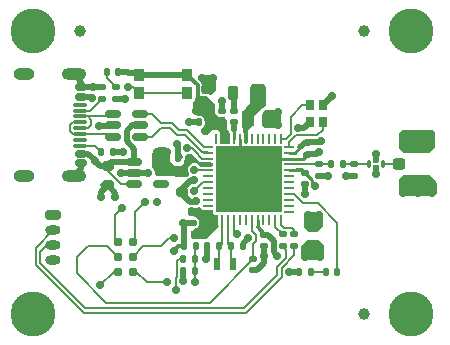
<source format=gbr>
%TF.GenerationSoftware,KiCad,Pcbnew,8.0.1*%
%TF.CreationDate,2024-04-24T20:58:42-04:00*%
%TF.ProjectId,Bluephil,426c7565-7068-4696-9c2e-6b696361645f,rev?*%
%TF.SameCoordinates,PX95ba140PY6dac2c0*%
%TF.FileFunction,Copper,L1,Top*%
%TF.FilePolarity,Positive*%
%FSLAX46Y46*%
G04 Gerber Fmt 4.6, Leading zero omitted, Abs format (unit mm)*
G04 Created by KiCad (PCBNEW 8.0.1) date 2024-04-24 20:58:42*
%MOMM*%
%LPD*%
G01*
G04 APERTURE LIST*
G04 Aperture macros list*
%AMRoundRect*
0 Rectangle with rounded corners*
0 $1 Rounding radius*
0 $2 $3 $4 $5 $6 $7 $8 $9 X,Y pos of 4 corners*
0 Add a 4 corners polygon primitive as box body*
4,1,4,$2,$3,$4,$5,$6,$7,$8,$9,$2,$3,0*
0 Add four circle primitives for the rounded corners*
1,1,$1+$1,$2,$3*
1,1,$1+$1,$4,$5*
1,1,$1+$1,$6,$7*
1,1,$1+$1,$8,$9*
0 Add four rect primitives between the rounded corners*
20,1,$1+$1,$2,$3,$4,$5,0*
20,1,$1+$1,$4,$5,$6,$7,0*
20,1,$1+$1,$6,$7,$8,$9,0*
20,1,$1+$1,$8,$9,$2,$3,0*%
G04 Aperture macros list end*
%TA.AperFunction,ComponentPad*%
%ADD10O,1.800000X1.000000*%
%TD*%
%TA.AperFunction,ComponentPad*%
%ADD11O,2.100000X1.000000*%
%TD*%
%TA.AperFunction,SMDPad,CuDef*%
%ADD12RoundRect,0.150000X-0.375000X0.150000X-0.375000X-0.150000X0.375000X-0.150000X0.375000X0.150000X0*%
%TD*%
%TA.AperFunction,SMDPad,CuDef*%
%ADD13RoundRect,0.075000X-0.500000X0.075000X-0.500000X-0.075000X0.500000X-0.075000X0.500000X0.075000X0*%
%TD*%
%TA.AperFunction,ComponentPad*%
%ADD14C,3.800000*%
%TD*%
%TA.AperFunction,SMDPad,CuDef*%
%ADD15C,1.000000*%
%TD*%
%TA.AperFunction,SMDPad,CuDef*%
%ADD16RoundRect,0.135000X0.185000X-0.135000X0.185000X0.135000X-0.185000X0.135000X-0.185000X-0.135000X0*%
%TD*%
%TA.AperFunction,SMDPad,CuDef*%
%ADD17RoundRect,0.147500X-0.147500X-0.172500X0.147500X-0.172500X0.147500X0.172500X-0.147500X0.172500X0*%
%TD*%
%TA.AperFunction,SMDPad,CuDef*%
%ADD18R,0.900000X1.000000*%
%TD*%
%TA.AperFunction,SMDPad,CuDef*%
%ADD19R,0.800000X0.900000*%
%TD*%
%TA.AperFunction,SMDPad,CuDef*%
%ADD20R,0.600000X1.100000*%
%TD*%
%TA.AperFunction,SMDPad,CuDef*%
%ADD21RoundRect,0.062500X0.062500X-0.375000X0.062500X0.375000X-0.062500X0.375000X-0.062500X-0.375000X0*%
%TD*%
%TA.AperFunction,SMDPad,CuDef*%
%ADD22RoundRect,0.062500X0.375000X-0.062500X0.375000X0.062500X-0.375000X0.062500X-0.375000X-0.062500X0*%
%TD*%
%TA.AperFunction,HeatsinkPad*%
%ADD23R,5.600000X5.600000*%
%TD*%
%TA.AperFunction,SMDPad,CuDef*%
%ADD24RoundRect,0.150000X-0.512500X-0.150000X0.512500X-0.150000X0.512500X0.150000X-0.512500X0.150000X0*%
%TD*%
%TA.AperFunction,SMDPad,CuDef*%
%ADD25RoundRect,0.135000X0.135000X0.185000X-0.135000X0.185000X-0.135000X-0.185000X0.135000X-0.185000X0*%
%TD*%
%TA.AperFunction,SMDPad,CuDef*%
%ADD26RoundRect,0.135000X-0.135000X-0.185000X0.135000X-0.185000X0.135000X0.185000X-0.135000X0.185000X0*%
%TD*%
%TA.AperFunction,SMDPad,CuDef*%
%ADD27RoundRect,0.218750X-0.218750X-0.381250X0.218750X-0.381250X0.218750X0.381250X-0.218750X0.381250X0*%
%TD*%
%TA.AperFunction,SMDPad,CuDef*%
%ADD28RoundRect,0.147500X0.172500X-0.147500X0.172500X0.147500X-0.172500X0.147500X-0.172500X-0.147500X0*%
%TD*%
%TA.AperFunction,SMDPad,CuDef*%
%ADD29RoundRect,0.250000X-0.275000X-0.250000X0.275000X-0.250000X0.275000X0.250000X-0.275000X0.250000X0*%
%TD*%
%TA.AperFunction,SMDPad,CuDef*%
%ADD30RoundRect,0.250000X-0.850000X-0.275000X0.850000X-0.275000X0.850000X0.275000X-0.850000X0.275000X0*%
%TD*%
%TA.AperFunction,ComponentPad*%
%ADD31RoundRect,0.200000X-0.450000X0.200000X-0.450000X-0.200000X0.450000X-0.200000X0.450000X0.200000X0*%
%TD*%
%TA.AperFunction,ComponentPad*%
%ADD32O,1.300000X0.800000*%
%TD*%
%TA.AperFunction,ConnectorPad*%
%ADD33C,0.787400*%
%TD*%
%TA.AperFunction,SMDPad,CuDef*%
%ADD34RoundRect,0.068750X-0.068750X-0.281250X0.068750X-0.281250X0.068750X0.281250X-0.068750X0.281250X0*%
%TD*%
%TA.AperFunction,SMDPad,CuDef*%
%ADD35RoundRect,0.061250X-0.163750X-0.061250X0.163750X-0.061250X0.163750X0.061250X-0.163750X0.061250X0*%
%TD*%
%TA.AperFunction,SMDPad,CuDef*%
%ADD36RoundRect,0.140000X0.140000X0.170000X-0.140000X0.170000X-0.140000X-0.170000X0.140000X-0.170000X0*%
%TD*%
%TA.AperFunction,SMDPad,CuDef*%
%ADD37RoundRect,0.135000X-0.185000X0.135000X-0.185000X-0.135000X0.185000X-0.135000X0.185000X0.135000X0*%
%TD*%
%TA.AperFunction,SMDPad,CuDef*%
%ADD38RoundRect,0.200000X-0.200000X-0.275000X0.200000X-0.275000X0.200000X0.275000X-0.200000X0.275000X0*%
%TD*%
%TA.AperFunction,SMDPad,CuDef*%
%ADD39RoundRect,0.140000X-0.170000X0.140000X-0.170000X-0.140000X0.170000X-0.140000X0.170000X0.140000X0*%
%TD*%
%TA.AperFunction,SMDPad,CuDef*%
%ADD40RoundRect,0.140000X0.170000X-0.140000X0.170000X0.140000X-0.170000X0.140000X-0.170000X-0.140000X0*%
%TD*%
%TA.AperFunction,SMDPad,CuDef*%
%ADD41RoundRect,0.200000X0.275000X-0.200000X0.275000X0.200000X-0.275000X0.200000X-0.275000X-0.200000X0*%
%TD*%
%TA.AperFunction,SMDPad,CuDef*%
%ADD42RoundRect,0.200000X-0.275000X0.200000X-0.275000X-0.200000X0.275000X-0.200000X0.275000X0.200000X0*%
%TD*%
%TA.AperFunction,ViaPad*%
%ADD43C,0.700000*%
%TD*%
%TA.AperFunction,Conductor*%
%ADD44C,0.500000*%
%TD*%
%TA.AperFunction,Conductor*%
%ADD45C,0.170000*%
%TD*%
%TA.AperFunction,Conductor*%
%ADD46C,0.200000*%
%TD*%
%TA.AperFunction,Conductor*%
%ADD47C,0.250000*%
%TD*%
%TA.AperFunction,Conductor*%
%ADD48C,0.300000*%
%TD*%
G04 APERTURE END LIST*
D10*
%TO.P,J1,S1,SHIELD*%
%TO.N,GND*%
X2245000Y14688000D03*
D11*
X6425000Y14688000D03*
D10*
X2245000Y23328000D03*
D11*
X6425000Y23328000D03*
D12*
%TO.P,J1,B12,GND*%
X7050000Y22208000D03*
%TO.P,J1,B9,VBUS*%
%TO.N,+5V*%
X7050000Y21408000D03*
D13*
%TO.P,J1,B8,SBU2*%
%TO.N,unconnected-(J1-SBU2-PadB8)*%
X7000000Y20758000D03*
%TO.P,J1,B7,D-*%
%TO.N,/USBC_D-*%
X7000000Y19758000D03*
%TO.P,J1,B6,D+*%
%TO.N,/USBC_D+*%
X7000000Y18258000D03*
%TO.P,J1,B5,CC2*%
%TO.N,/USBC_CC2*%
X7000000Y17258000D03*
D12*
%TO.P,J1,B4,VBUS*%
%TO.N,+5V*%
X7050000Y16608000D03*
%TO.P,J1,B1,GND*%
%TO.N,GND*%
X7050000Y15808000D03*
%TO.P,J1,A12,GND*%
X7050000Y15808000D03*
%TO.P,J1,A9,VBUS*%
%TO.N,+5V*%
X7050000Y16608000D03*
D13*
%TO.P,J1,A8,SBU1*%
%TO.N,unconnected-(J1-SBU1-PadA8)*%
X7000000Y17758000D03*
%TO.P,J1,A7,D-*%
%TO.N,/USBC_D-*%
X7000000Y18758000D03*
%TO.P,J1,A6,D+*%
%TO.N,/USBC_D+*%
X7000000Y19258000D03*
%TO.P,J1,A5,CC1*%
%TO.N,/USBC_CC1*%
X7000000Y20258000D03*
D12*
%TO.P,J1,A4,VBUS*%
%TO.N,+5V*%
X7050000Y21408000D03*
%TO.P,J1,A1,GND*%
%TO.N,GND*%
X7050000Y22208000D03*
%TD*%
D14*
%TO.P,H4,1,1*%
%TO.N,GND*%
X35000000Y3000000D03*
%TD*%
%TO.P,H3,1,1*%
%TO.N,GND*%
X35000000Y27000000D03*
%TD*%
%TO.P,H2,1,1*%
%TO.N,GND*%
X3000000Y3000000D03*
%TD*%
%TO.P,H1,1,1*%
%TO.N,GND*%
X3000000Y27000000D03*
%TD*%
D15*
%TO.P,FM3,*%
%TO.N,*%
X31000000Y3000000D03*
%TD*%
%TO.P,FM2,*%
%TO.N,*%
X31000000Y27000000D03*
%TD*%
%TO.P,FM1,*%
%TO.N,*%
X7000000Y27000000D03*
%TD*%
D16*
%TO.P,R3,1*%
%TO.N,GND*%
X10000000Y21240000D03*
%TO.P,R3,2*%
%TO.N,Net-(D2-K)*%
X10000000Y22260000D03*
%TD*%
D17*
%TO.P,D2,1,K*%
%TO.N,Net-(D2-K)*%
X9250000Y23500000D03*
%TO.P,D2,2,A*%
%TO.N,+3.3V*%
X10220000Y23500000D03*
%TD*%
D18*
%TO.P,SW1,2,2*%
%TO.N,+3.3V*%
X11950000Y23300000D03*
X16050000Y23300000D03*
%TO.P,SW1,1,1*%
%TO.N,Net-(R8-Pad2)*%
X11950000Y21700000D03*
X16050000Y21700000D03*
%TD*%
D19*
%TO.P,X2,1,1*%
%TO.N,/HSE_OUT*%
X27500000Y19300000D03*
%TO.P,X2,2,2*%
%TO.N,GND*%
X27500000Y20700000D03*
%TO.P,X2,3,3*%
%TO.N,/HSE_IN*%
X26400000Y20700000D03*
%TO.P,X2,4,4*%
%TO.N,GND*%
X26400000Y19300000D03*
%TD*%
D20*
%TO.P,X1,1,1*%
%TO.N,/LSE_OUT*%
X19950000Y7245000D03*
%TO.P,X1,2,2*%
%TO.N,/LSE_IN*%
X18550000Y7245000D03*
%TD*%
D21*
%TO.P,U2,1,VBAT*%
%TO.N,+3.3V*%
X18500000Y11000000D03*
%TO.P,U2,2,PC14*%
%TO.N,/LSE_IN*%
X19000000Y11000000D03*
%TO.P,U2,3,PC15*%
%TO.N,/LSE_OUT*%
X19500000Y11000000D03*
%TO.P,U2,4,PH3*%
%TO.N,/BOOT0*%
X20000000Y11000000D03*
%TO.P,U2,5,PB8*%
%TO.N,unconnected-(U2-PB8-Pad5)*%
X20500000Y11000000D03*
%TO.P,U2,6,PB9*%
%TO.N,unconnected-(U2-PB9-Pad6)*%
X21000000Y11000000D03*
%TO.P,U2,7,NRST*%
%TO.N,/SWD_NRST*%
X21500000Y11000000D03*
%TO.P,U2,8,VDDA*%
%TO.N,+3.3V*%
X22000000Y11000000D03*
%TO.P,U2,9,PA0*%
%TO.N,unconnected-(U2-PA0-Pad9)*%
X22500000Y11000000D03*
%TO.P,U2,10,PA1*%
%TO.N,unconnected-(U2-PA1-Pad10)*%
X23000000Y11000000D03*
%TO.P,U2,11,PA2*%
%TO.N,/UART_TX*%
X23500000Y11000000D03*
%TO.P,U2,12,PA3*%
%TO.N,/UART_RX*%
X24000000Y11000000D03*
D22*
%TO.P,U2,13,PA4*%
%TO.N,unconnected-(U2-PA4-Pad13)*%
X24687500Y11687500D03*
%TO.P,U2,14,PA5*%
%TO.N,unconnected-(U2-PA5-Pad14)*%
X24687500Y12187500D03*
%TO.P,U2,15,PA6*%
%TO.N,unconnected-(U2-PA6-Pad15)*%
X24687500Y12687500D03*
%TO.P,U2,16,PA7*%
%TO.N,/LED_A*%
X24687500Y13187500D03*
%TO.P,U2,17,PA8*%
%TO.N,unconnected-(U2-PA8-Pad17)*%
X24687500Y13687500D03*
%TO.P,U2,18,PA9*%
%TO.N,unconnected-(U2-PA9-Pad18)*%
X24687500Y14187500D03*
%TO.P,U2,19,PB2*%
%TO.N,unconnected-(U2-PB2-Pad19)*%
X24687500Y14687500D03*
%TO.P,U2,20,VDD*%
%TO.N,+3.3V*%
X24687500Y15187500D03*
%TO.P,U2,21,RF1*%
%TO.N,/RF*%
X24687500Y15687500D03*
%TO.P,U2,22,VSSRF*%
%TO.N,GND*%
X24687500Y16187500D03*
%TO.P,U2,23,VDDRF*%
%TO.N,+3.3V*%
X24687500Y16687500D03*
%TO.P,U2,24,OSC_OUT*%
%TO.N,/HSE_OUT*%
X24687500Y17187500D03*
D21*
%TO.P,U2,25,OSC_IN*%
%TO.N,/HSE_IN*%
X24000000Y17875000D03*
%TO.P,U2,26,AT0*%
%TO.N,unconnected-(U2-AT0-Pad26)*%
X23500000Y17875000D03*
%TO.P,U2,27,AT1*%
%TO.N,unconnected-(U2-AT1-Pad27)*%
X23000000Y17875000D03*
%TO.P,U2,28,PB0*%
%TO.N,unconnected-(U2-PB0-Pad28)*%
X22500000Y17875000D03*
%TO.P,U2,29,PB1*%
%TO.N,unconnected-(U2-PB1-Pad29)*%
X22000000Y17875000D03*
%TO.P,U2,30,PE4*%
%TO.N,unconnected-(U2-PE4-Pad30)*%
X21500000Y17875000D03*
%TO.P,U2,31,VFBSMPS*%
%TO.N,/SMPSFB*%
X21000000Y17875000D03*
%TO.P,U2,32,VSSSMPS*%
%TO.N,GND*%
X20500000Y17875000D03*
%TO.P,U2,33,VLXSMPS*%
%TO.N,/SMPSLX*%
X20000000Y17875000D03*
%TO.P,U2,34,VDDSMPS*%
%TO.N,+3.3V*%
X19500000Y17875000D03*
%TO.P,U2,35,VDD*%
X19000000Y17875000D03*
%TO.P,U2,36,PA10*%
%TO.N,unconnected-(U2-PA10-Pad36)*%
X18500000Y17875000D03*
D22*
%TO.P,U2,37,PA11*%
%TO.N,/USB_D-*%
X17812500Y17187500D03*
%TO.P,U2,38,PA12*%
%TO.N,/USB_D+*%
X17812500Y16687500D03*
%TO.P,U2,39,PA13*%
%TO.N,/SWD_IO*%
X17812500Y16187500D03*
%TO.P,U2,40,VDDUSB*%
%TO.N,+3.3V*%
X17812500Y15687500D03*
%TO.P,U2,41,PA14*%
%TO.N,/SWD_CLK*%
X17812500Y15187500D03*
%TO.P,U2,42,PA15*%
%TO.N,unconnected-(U2-PA15-Pad42)*%
X17812500Y14687500D03*
%TO.P,U2,43,PB3*%
%TO.N,/SWD_SWO*%
X17812500Y14187500D03*
%TO.P,U2,44,PB4*%
%TO.N,unconnected-(U2-PB4-Pad44)*%
X17812500Y13687500D03*
%TO.P,U2,45,PB5*%
%TO.N,unconnected-(U2-PB5-Pad45)*%
X17812500Y13187500D03*
%TO.P,U2,46,PB6*%
%TO.N,unconnected-(U2-PB6-Pad46)*%
X17812500Y12687500D03*
%TO.P,U2,47,PB7*%
%TO.N,unconnected-(U2-PB7-Pad47)*%
X17812500Y12187500D03*
%TO.P,U2,48,VDD*%
%TO.N,+3.3V*%
X17812500Y11687500D03*
D23*
%TO.P,U2,49,VSS*%
%TO.N,GND*%
X21250000Y14437500D03*
%TD*%
D24*
%TO.P,D1,1,I/O1*%
%TO.N,/USBC_D-*%
X9762500Y19950000D03*
%TO.P,D1,2,GND*%
%TO.N,GND*%
X9762500Y19000000D03*
%TO.P,D1,3,I/O2*%
%TO.N,/USBC_D+*%
X9762500Y18050000D03*
%TO.P,D1,4,I/O2*%
%TO.N,/USB_D+*%
X12037500Y18050000D03*
%TO.P,D1,5,VBUS*%
%TO.N,+5V*%
X12037500Y19000000D03*
%TO.P,D1,6,I/O1*%
%TO.N,/USB_D-*%
X12037500Y19950000D03*
%TD*%
%TO.P,U1,5,VOUT*%
%TO.N,+3.3V*%
X13850000Y15900000D03*
%TO.P,U1,4,NC*%
%TO.N,unconnected-(U1-NC-Pad4)*%
X13850000Y14000000D03*
%TO.P,U1,3,EN*%
%TO.N,+5V*%
X11575000Y14000000D03*
%TO.P,U1,2,GND*%
%TO.N,GND*%
X11575000Y14950000D03*
%TO.P,U1,1,VIN*%
%TO.N,+5V*%
X11575000Y15900000D03*
%TD*%
D25*
%TO.P,R8,1*%
%TO.N,/BOOT0*%
X16742500Y7680000D03*
%TO.P,R8,2*%
%TO.N,Net-(R8-Pad2)*%
X15722500Y7680000D03*
%TD*%
%TO.P,R7,1*%
%TO.N,/BOOT0*%
X16740000Y6630000D03*
%TO.P,R7,2*%
%TO.N,GND*%
X15720000Y6630000D03*
%TD*%
D26*
%TO.P,R6,1*%
%TO.N,GND*%
X25465000Y6625000D03*
%TO.P,R6,2*%
%TO.N,Net-(D3-K)*%
X26485000Y6625000D03*
%TD*%
D16*
%TO.P,R5,2*%
%TO.N,/UART_RX*%
X25125000Y9785000D03*
%TO.P,R5,1*%
%TO.N,/UART_TXR*%
X25125000Y8765000D03*
%TD*%
%TO.P,R4,2*%
%TO.N,/UART_TX*%
X24125000Y9785000D03*
%TO.P,R4,1*%
%TO.N,/UART_TXC*%
X24125000Y8765000D03*
%TD*%
%TO.P,R2,1*%
%TO.N,/USBC_CC1*%
X8820000Y21250000D03*
%TO.P,R2,2*%
%TO.N,GND*%
X8820000Y22270000D03*
%TD*%
D26*
%TO.P,R1,1*%
%TO.N,/USBC_CC2*%
X8740000Y16750000D03*
%TO.P,R1,2*%
%TO.N,GND*%
X9760000Y16750000D03*
%TD*%
D17*
%TO.P,L3,1,1*%
%TO.N,/RF*%
X28230000Y15750000D03*
%TO.P,L3,2,2*%
%TO.N,/RF_MATCH*%
X29200000Y15750000D03*
%TD*%
D27*
%TO.P,L2,1,1*%
%TO.N,/SMPSLXL*%
X19937500Y21750000D03*
%TO.P,L2,2,2*%
%TO.N,/SMPSFB*%
X22062500Y21750000D03*
%TD*%
D28*
%TO.P,L1,1,1*%
%TO.N,/SMPSLX*%
X20000000Y19250000D03*
%TO.P,L1,2,2*%
%TO.N,/SMPSLXL*%
X20000000Y20220000D03*
%TD*%
D29*
%TO.P,J4,1,In*%
%TO.N,/RF_ANT*%
X33950000Y15750000D03*
D30*
%TO.P,J4,2,Ext*%
%TO.N,GND*%
X35475000Y17225000D03*
X35475000Y14275000D03*
%TD*%
D31*
%TO.P,J3,1,Pin_1*%
%TO.N,GND*%
X4700000Y11375000D03*
D32*
%TO.P,J3,2,Pin_2*%
%TO.N,/UART_TXR*%
X4700000Y10125000D03*
%TO.P,J3,3,Pin_3*%
%TO.N,/UART_TXC*%
X4700000Y8875000D03*
%TO.P,J3,4,Pin_4*%
%TO.N,+3.3V*%
X4700000Y7625000D03*
%TD*%
D33*
%TO.P,J2,1,VCC*%
%TO.N,+3.3V*%
X10155000Y9155000D03*
%TO.P,J2,2,SWDIO*%
%TO.N,/SWD_IO*%
X11425000Y9155000D03*
%TO.P,J2,3,~{RESET}*%
%TO.N,/SWD_NRST*%
X10155000Y7885000D03*
%TO.P,J2,4,SWCLK*%
%TO.N,/SWD_CLK*%
X11425000Y7885000D03*
%TO.P,J2,5,GND*%
%TO.N,GND*%
X10155000Y6615000D03*
%TO.P,J2,6,SWO*%
%TO.N,/SWD_SWO*%
X11425000Y6615000D03*
%TD*%
D34*
%TO.P,FLT1,1,IN*%
%TO.N,/RF_MATCH*%
X31400000Y15750000D03*
D35*
%TO.P,FLT1,2,GND*%
%TO.N,GND*%
X32012500Y15522500D03*
D34*
%TO.P,FLT1,3,OUT*%
%TO.N,/RF_ANT*%
X32625000Y15750000D03*
D35*
%TO.P,FLT1,4,GND*%
%TO.N,GND*%
X32012500Y15977500D03*
%TD*%
D17*
%TO.P,D3,1,K*%
%TO.N,Net-(D3-K)*%
X27780000Y6625000D03*
%TO.P,D3,2,A*%
%TO.N,/LED_A*%
X28750000Y6625000D03*
%TD*%
D36*
%TO.P,C19,1*%
%TO.N,/BOOT0*%
X16750000Y8750000D03*
%TO.P,C19,2*%
%TO.N,GND*%
X15790000Y8750000D03*
%TD*%
D37*
%TO.P,C18,1*%
%TO.N,/RF_MATCH*%
X30200000Y15750000D03*
%TO.P,C18,2*%
%TO.N,GND*%
X30200000Y14730000D03*
%TD*%
%TO.P,C17,2*%
%TO.N,GND*%
X27200000Y14750000D03*
%TO.P,C17,1*%
%TO.N,/RF*%
X27200000Y15770000D03*
%TD*%
D38*
%TO.P,C16,1*%
%TO.N,/SMPSFB*%
X21175000Y19500000D03*
%TO.P,C16,2*%
%TO.N,GND*%
X22825000Y19500000D03*
%TD*%
D39*
%TO.P,C15,1*%
%TO.N,/SWD_NRST*%
X21650000Y7680000D03*
%TO.P,C15,2*%
%TO.N,GND*%
X21650000Y6720000D03*
%TD*%
D25*
%TO.P,C14,1*%
%TO.N,/LSE_IN*%
X18760000Y8745000D03*
%TO.P,C14,2*%
%TO.N,GND*%
X17740000Y8745000D03*
%TD*%
D26*
%TO.P,C13,1*%
%TO.N,/LSE_OUT*%
X19740000Y8745000D03*
%TO.P,C13,2*%
%TO.N,GND*%
X20760000Y8745000D03*
%TD*%
D39*
%TO.P,C12,1*%
%TO.N,+3.3V*%
X26150000Y17480000D03*
%TO.P,C12,2*%
%TO.N,GND*%
X26150000Y16520000D03*
%TD*%
%TO.P,C11,1*%
%TO.N,+3.3V*%
X22550000Y9730000D03*
%TO.P,C11,2*%
%TO.N,GND*%
X22550000Y8770000D03*
%TD*%
D40*
%TO.P,C10,1*%
%TO.N,+3.3V*%
X19000000Y19270000D03*
%TO.P,C10,2*%
%TO.N,GND*%
X19000000Y20230000D03*
%TD*%
D36*
%TO.P,C9,1*%
%TO.N,+3.3V*%
X16730000Y9750000D03*
%TO.P,C9,2*%
%TO.N,GND*%
X15770000Y9750000D03*
%TD*%
D41*
%TO.P,C8,1*%
%TO.N,+3.3V*%
X17750000Y20425000D03*
%TO.P,C8,2*%
%TO.N,GND*%
X17750000Y22075000D03*
%TD*%
D39*
%TO.P,C7,1*%
%TO.N,+3.3V*%
X16500000Y11730000D03*
%TO.P,C7,2*%
%TO.N,GND*%
X16500000Y10770000D03*
%TD*%
D36*
%TO.P,C6,1*%
%TO.N,+3.3V*%
X16205000Y16200000D03*
%TO.P,C6,2*%
%TO.N,GND*%
X15245000Y16200000D03*
%TD*%
D39*
%TO.P,C5,1*%
%TO.N,+3.3V*%
X26000000Y14980000D03*
%TO.P,C5,2*%
%TO.N,GND*%
X26000000Y14020000D03*
%TD*%
D36*
%TO.P,C4,1*%
%TO.N,+3.3V*%
X17980000Y19250000D03*
%TO.P,C4,2*%
%TO.N,GND*%
X17020000Y19250000D03*
%TD*%
D42*
%TO.P,C3,2*%
%TO.N,GND*%
X15625000Y13375000D03*
%TO.P,C3,1*%
%TO.N,+3.3V*%
X15625000Y15025000D03*
%TD*%
%TO.P,C2,1*%
%TO.N,+3.3V*%
X26700000Y10500000D03*
%TO.P,C2,2*%
%TO.N,GND*%
X26700000Y8850000D03*
%TD*%
%TO.P,C1,2*%
%TO.N,GND*%
X9300000Y13925000D03*
%TO.P,C1,1*%
%TO.N,+5V*%
X9300000Y15575000D03*
%TD*%
D43*
%TO.N,GND*%
X13500000Y12500000D03*
%TO.N,+3.3V*%
X10500000Y12000000D03*
%TO.N,Net-(R8-Pad2)*%
X15060000Y5090000D03*
%TO.N,GND*%
X14950000Y8400000D03*
%TO.N,+5V*%
X8200000Y16000000D03*
X7941342Y21356580D03*
%TO.N,Net-(R8-Pad2)*%
X11000000Y22225000D03*
%TO.N,/SWD_IO*%
X12500000Y12500000D03*
%TO.N,/SWD_CLK*%
X14949164Y9466233D03*
%TO.N,/SWD_SWO*%
X14350000Y5717550D03*
X16649728Y13448970D03*
%TO.N,/SWD_CLK*%
X16650009Y15250739D03*
%TO.N,/SWD_IO*%
X16024987Y17059374D03*
%TO.N,/BOOT0*%
X16700000Y5750000D03*
X20250000Y9800000D03*
%TO.N,+3.3V*%
X17550000Y18500000D03*
X27200000Y11425000D03*
X26250000Y11425000D03*
X23630000Y7970000D03*
X17500000Y9850000D03*
X17400000Y11000000D03*
X14300000Y16750000D03*
X13500000Y16750000D03*
X13644182Y15052192D03*
X14425000Y15050000D03*
X16820000Y20180000D03*
X17120000Y21110000D03*
X27387167Y17646683D03*
X26900000Y13900000D03*
%TO.N,GND*%
X19200000Y12350000D03*
X23450000Y12400000D03*
X23500000Y16650000D03*
X19150000Y16650000D03*
X20100000Y15750000D03*
X22500000Y15750000D03*
X22500000Y13400000D03*
X20100000Y13300000D03*
X21300000Y12250000D03*
X21250000Y16750000D03*
X23400000Y14500000D03*
X19200000Y14450000D03*
X32000000Y14900000D03*
X32000000Y16600000D03*
X10400000Y14950000D03*
X12750000Y14950000D03*
X8600000Y18975000D03*
X18250000Y23050000D03*
X17300000Y23050000D03*
X23750000Y19000000D03*
X23750000Y20100000D03*
X25450000Y18800000D03*
X28300000Y21450000D03*
X36650000Y18250000D03*
X35550000Y18250000D03*
X34400000Y18250000D03*
X36800000Y13300000D03*
X35550000Y13250000D03*
X34350000Y13300000D03*
X27300000Y7875000D03*
X26000000Y7875000D03*
X16752927Y12554904D03*
X16647043Y14350741D03*
X9950000Y12900000D03*
X8750000Y12900000D03*
X8650000Y5450000D03*
X29450000Y14750000D03*
X28000000Y14750000D03*
X26000000Y13200000D03*
X27220000Y16710000D03*
X19000000Y21050000D03*
X16200000Y19250000D03*
X8050000Y22250000D03*
X10800000Y21250000D03*
X10600000Y16750000D03*
X15140000Y17400000D03*
X15700000Y10750000D03*
X15700000Y5800000D03*
X17620000Y7720000D03*
X21215000Y9450000D03*
X22550000Y7950000D03*
X24665000Y6625000D03*
%TD*%
D44*
%TO.N,+5V*%
X8200000Y16000000D02*
X8625000Y15575000D01*
X8625000Y15575000D02*
X9300000Y15575000D01*
X7050000Y16608000D02*
X7627684Y16608000D01*
X7627684Y16608000D02*
X8200000Y16035684D01*
X8200000Y16035684D02*
X8200000Y16000000D01*
%TO.N,GND*%
X7050000Y15808000D02*
X7050000Y15313000D01*
X7050000Y15313000D02*
X6425000Y14688000D01*
X7050000Y22208000D02*
X7050000Y22703000D01*
X7050000Y22703000D02*
X6425000Y23328000D01*
X8050000Y22250000D02*
X7092000Y22250000D01*
X7092000Y22250000D02*
X7050000Y22208000D01*
%TO.N,+5V*%
X7941342Y21356580D02*
X7889922Y21408000D01*
X7889922Y21408000D02*
X7050000Y21408000D01*
D45*
%TO.N,/USBC_CC2*%
X8740000Y16750000D02*
X8232000Y17258000D01*
X8232000Y17258000D02*
X7000000Y17258000D01*
D46*
%TO.N,/USBC_CC1*%
X7000000Y20258000D02*
X7812000Y20258000D01*
X7812000Y20258000D02*
X7820000Y20250000D01*
%TO.N,/USBC_D-*%
X7000000Y19758000D02*
X7607410Y19758000D01*
X7607410Y19758000D02*
X7875000Y19490410D01*
X7875000Y19490410D02*
X7875000Y19025590D01*
X7875000Y19025590D02*
X7607410Y18758000D01*
X7607410Y18758000D02*
X7000000Y18758000D01*
%TO.N,/USBC_D+*%
X7000000Y18258000D02*
X6392590Y18258000D01*
X6392590Y18258000D02*
X6125000Y18525590D01*
X6125000Y18525590D02*
X6125000Y18990410D01*
X6125000Y18990410D02*
X6392590Y19258000D01*
X6392590Y19258000D02*
X7000000Y19258000D01*
X9762500Y18050000D02*
X9554500Y18258000D01*
X9554500Y18258000D02*
X7000000Y18258000D01*
%TO.N,/USBC_D-*%
X9762500Y19950000D02*
X9570500Y19758000D01*
X9570500Y19758000D02*
X7000000Y19758000D01*
D45*
%TO.N,/LED_A*%
X24687500Y13187500D02*
X25124999Y13187500D01*
X25365000Y12947499D02*
X25365000Y12936974D01*
X25124999Y13187500D02*
X25365000Y12947499D01*
X25365000Y12936974D02*
X25851974Y12450000D01*
X25851974Y12450000D02*
X27075000Y12450000D01*
X27075000Y12450000D02*
X28750000Y10775000D01*
X28750000Y10775000D02*
X28750000Y6625000D01*
%TO.N,/SWD_IO*%
X11630300Y11630300D02*
X11630300Y9360300D01*
X12500000Y12500000D02*
X11630300Y11630300D01*
X11630300Y9360300D02*
X11425000Y9155000D01*
%TO.N,/RF_ANT*%
X32625000Y15750000D02*
X34125000Y15750000D01*
%TO.N,/RF_MATCH*%
X30200000Y15750000D02*
X31400000Y15750000D01*
D47*
%TO.N,GND*%
X24687500Y16187500D02*
X25817500Y16187500D01*
X25817500Y16187500D02*
X26150000Y16520000D01*
X24687500Y16187500D02*
X23000000Y16187500D01*
X23000000Y16187500D02*
X21250000Y14437500D01*
D44*
X8600000Y18975000D02*
X9737500Y18975000D01*
X9737500Y18975000D02*
X9762500Y19000000D01*
X17750000Y8745000D02*
X17750000Y7850000D01*
X17750000Y7850000D02*
X17620000Y7720000D01*
D48*
%TO.N,+3.3V*%
X16925000Y22425000D02*
X16050000Y23300000D01*
X17120000Y21110000D02*
X16925000Y21305000D01*
X16925000Y21305000D02*
X16925000Y22425000D01*
D45*
%TO.N,/SWD_IO*%
X17316142Y16187500D02*
X17812500Y16187500D01*
X16449168Y17059374D02*
X16690000Y16818542D01*
X16690000Y16818542D02*
X16690000Y16813642D01*
X16024987Y17059374D02*
X16449168Y17059374D01*
X16690000Y16813642D02*
X17316142Y16187500D01*
D44*
%TO.N,GND*%
X15225111Y17314889D02*
X15225111Y16569889D01*
X15225111Y16569889D02*
X15445000Y16350000D01*
X15140000Y17400000D02*
X15225111Y17314889D01*
X26200000Y16550000D02*
X27060000Y16550000D01*
X27060000Y16550000D02*
X27220000Y16710000D01*
%TO.N,+3.3V*%
X26090000Y17615000D02*
X25625000Y17150000D01*
X27387167Y17646683D02*
X27253287Y17646683D01*
X27221604Y17615000D02*
X26090000Y17615000D01*
X27253287Y17646683D02*
X27221604Y17615000D01*
D45*
%TO.N,Net-(R8-Pad2)*%
X15060000Y5090000D02*
X15065000Y5095000D01*
X15065000Y5095000D02*
X15065000Y6063026D01*
X15722500Y7680000D02*
X15330000Y7680000D01*
X15165000Y6163026D02*
X15065000Y6063026D01*
X15330000Y7680000D02*
X15165000Y7515000D01*
X15165000Y7515000D02*
X15165000Y6163026D01*
D44*
%TO.N,+3.3V*%
X23630000Y7970000D02*
X23355000Y8245000D01*
X23355000Y8245000D02*
X23355000Y9245000D01*
X23355000Y9245000D02*
X22870000Y9730000D01*
X22870000Y9730000D02*
X22550000Y9730000D01*
D45*
%TO.N,/UART_TXC*%
X24125000Y8765000D02*
X24410000Y8480000D01*
X24410000Y8480000D02*
X24410000Y7791286D01*
X23660000Y6353260D02*
X20826740Y3520000D01*
X24410000Y7791286D02*
X23660000Y7041286D01*
X3600000Y8275000D02*
X4200000Y8875000D01*
X4200000Y8875000D02*
X4700000Y8875000D01*
X23660000Y7041286D02*
X23660000Y6353260D01*
X20826740Y3520000D02*
X7430000Y3520000D01*
X7430000Y3520000D02*
X3600000Y7350000D01*
X3600000Y7350000D02*
X3600000Y8275000D01*
%TO.N,/UART_TXR*%
X25125000Y8765000D02*
X25125000Y7983026D01*
X25125000Y7983026D02*
X24030000Y6888026D01*
X3230000Y7196741D02*
X3230000Y8655000D01*
X24030000Y6200000D02*
X20980000Y3150000D01*
X20980000Y3150000D02*
X7276741Y3150000D01*
X24030000Y6888026D02*
X24030000Y6200000D01*
X7276741Y3150000D02*
X3230000Y7196741D01*
X3230000Y8655000D02*
X4700000Y10125000D01*
D48*
%TO.N,GND*%
X14950000Y8400000D02*
X15300000Y8750000D01*
X15300000Y8750000D02*
X15790000Y8750000D01*
D45*
%TO.N,+3.3V*%
X9949700Y9360300D02*
X10155000Y9155000D01*
X10500000Y12000000D02*
X9949700Y11449700D01*
X9949700Y11449700D02*
X9949700Y9360300D01*
D44*
%TO.N,GND*%
X8875000Y13925000D02*
X9300000Y13925000D01*
X8000000Y22200000D02*
X8050000Y22250000D01*
X9950000Y12900000D02*
X9950000Y13275000D01*
X9950000Y13275000D02*
X9300000Y13925000D01*
X8750000Y12900000D02*
X8750000Y13375000D01*
X8750000Y13375000D02*
X9300000Y13925000D01*
X11575000Y14950000D02*
X12750000Y14950000D01*
X11575000Y14950000D02*
X10400000Y14950000D01*
D45*
%TO.N,/SWD_NRST*%
X21650000Y7680000D02*
X17970000Y4000000D01*
X17970000Y4000000D02*
X9201974Y4000000D01*
X6717550Y6484424D02*
X6717550Y7884762D01*
X6717550Y7884762D02*
X7615238Y8782450D01*
X9201974Y4000000D02*
X6717550Y6484424D01*
X9257550Y8782450D02*
X10155000Y7885000D01*
X7615238Y8782450D02*
X9257550Y8782450D01*
%TO.N,/SWD_SWO*%
X12621814Y5717550D02*
X11724364Y6615000D01*
X14350000Y5717550D02*
X12621814Y5717550D01*
X11724364Y6615000D02*
X11425000Y6615000D01*
%TO.N,/SWD_CLK*%
X14949164Y9466233D02*
X14538445Y9466233D01*
X14538445Y9466233D02*
X13854662Y8782450D01*
X13854662Y8782450D02*
X12322450Y8782450D01*
X12322450Y8782450D02*
X11425000Y7885000D01*
D44*
%TO.N,+5V*%
X11575000Y15900000D02*
X11575000Y16997316D01*
X10925000Y17647316D02*
X10925000Y18549999D01*
X11375001Y19000000D02*
X12037500Y19000000D01*
X11575000Y16997316D02*
X10925000Y17647316D01*
X10925000Y18549999D02*
X11375001Y19000000D01*
D46*
%TO.N,/USBC_CC1*%
X7820000Y20250000D02*
X8820000Y21250000D01*
D45*
%TO.N,Net-(D3-K)*%
X26485000Y6625000D02*
X27515000Y6625000D01*
D46*
%TO.N,+5V*%
X11575000Y14000000D02*
X10430761Y14000000D01*
X9300000Y15130761D02*
X9300000Y15575000D01*
X10430761Y14000000D02*
X9300000Y15130761D01*
D44*
X9300000Y15575000D02*
X9625000Y15900000D01*
X9625000Y15900000D02*
X11575000Y15900000D01*
%TO.N,+3.3V*%
X10220000Y23500000D02*
X11000000Y23500000D01*
X11000000Y23500000D02*
X11050000Y23450000D01*
X12800000Y23300000D02*
X16050000Y23300000D01*
X11950000Y23300000D02*
X12800000Y23300000D01*
X11050000Y23450000D02*
X11800000Y23450000D01*
X11800000Y23450000D02*
X11950000Y23300000D01*
%TO.N,GND*%
X25450000Y18800000D02*
X25900000Y18800000D01*
X25900000Y18800000D02*
X26400000Y19300000D01*
X27500000Y20700000D02*
X27550000Y20700000D01*
X27550000Y20700000D02*
X28300000Y21450000D01*
X21650000Y6720000D02*
X21959999Y6720000D01*
X21959999Y6720000D02*
X22550000Y7310001D01*
X22550000Y7310001D02*
X22550000Y7950000D01*
X15790000Y8750000D02*
X15790000Y9730000D01*
X15790000Y9730000D02*
X15770000Y9750000D01*
X16250000Y12550000D02*
X16748023Y12550000D01*
X16748023Y12550000D02*
X16752927Y12554904D01*
X15625000Y13375000D02*
X15625000Y13625000D01*
X15625000Y13625000D02*
X16350741Y14350741D01*
X16350741Y14350741D02*
X16647043Y14350741D01*
X16250000Y12550000D02*
X15625000Y13175000D01*
X15625000Y13175000D02*
X15625000Y13375000D01*
D45*
%TO.N,/SWD_CLK*%
X16650009Y15250739D02*
X16713248Y15187500D01*
X16713248Y15187500D02*
X17812500Y15187500D01*
%TO.N,/SWD_SWO*%
X16649728Y13455400D02*
X17381828Y14187500D01*
X16649728Y13448970D02*
X16649728Y13455400D01*
X17381828Y14187500D02*
X17812500Y14187500D01*
%TO.N,/UART_RX*%
X24000000Y11000000D02*
X24000000Y10550000D01*
X24000000Y10550000D02*
X24210000Y10340000D01*
X24210000Y10340000D02*
X24935000Y10340000D01*
X24935000Y10340000D02*
X25125000Y10150000D01*
X25125000Y10150000D02*
X25125000Y9785000D01*
%TO.N,/UART_TX*%
X23500000Y11000000D02*
X23500000Y10410000D01*
X23500000Y10410000D02*
X24125000Y9785000D01*
D48*
%TO.N,+3.3V*%
X22550000Y9730000D02*
X22550000Y9825000D01*
X22550000Y9825000D02*
X22000000Y10375000D01*
D47*
X22000000Y11000000D02*
X22000000Y10375000D01*
D45*
%TO.N,/SWD_NRST*%
X21500000Y11000000D02*
X21500000Y10063026D01*
X21500000Y10063026D02*
X21850000Y9713026D01*
X21850000Y9713026D02*
X21850000Y9186974D01*
X21850000Y9186974D02*
X21650000Y8986974D01*
X21650000Y8986974D02*
X21650000Y7680000D01*
D47*
%TO.N,+3.3V*%
X25625000Y17137760D02*
X25625000Y17150000D01*
X25174740Y16687500D02*
X25625000Y17137760D01*
X24687500Y16687500D02*
X25174740Y16687500D01*
D48*
X26046846Y14980000D02*
X26450923Y14575923D01*
X26000000Y14980000D02*
X26046846Y14980000D01*
D47*
X26450923Y14575923D02*
X26450923Y14540567D01*
X26450923Y14540567D02*
X26635000Y14356490D01*
X26635000Y14356490D02*
X26635000Y14165000D01*
X26635000Y14165000D02*
X26900000Y13900000D01*
X24687500Y15187500D02*
X25312500Y15187500D01*
X25312500Y15187500D02*
X25325000Y15200000D01*
D48*
X25325000Y15200000D02*
X25780000Y15200000D01*
X25780000Y15200000D02*
X26000000Y14980000D01*
D45*
%TO.N,GND*%
X8650000Y5450000D02*
X9815000Y6615000D01*
X9815000Y6615000D02*
X10155000Y6615000D01*
%TO.N,Net-(R8-Pad2)*%
X11950000Y21700000D02*
X16050000Y21700000D01*
X11000000Y22225000D02*
X11425000Y22225000D01*
X11425000Y22225000D02*
X11950000Y21700000D01*
%TO.N,Net-(D2-K)*%
X9250000Y23500000D02*
X9250000Y23010000D01*
X9250000Y23010000D02*
X10000000Y22260000D01*
D46*
%TO.N,/USBC_D-*%
X9762500Y19950000D02*
X9562500Y19750000D01*
D45*
%TO.N,/USB_D+*%
X12037500Y18050000D02*
X13031251Y18050000D01*
X13031251Y18050000D02*
X13786251Y18805000D01*
X13786251Y18805000D02*
X14585755Y18805000D01*
%TO.N,/USB_D-*%
X14765000Y19195000D02*
X15350000Y18610000D01*
%TO.N,/USB_D+*%
X14585755Y18805000D02*
X15200755Y18190000D01*
X15200755Y18190000D02*
X15350000Y18190000D01*
%TO.N,/USB_D-*%
X13031251Y19950000D02*
X13786251Y19195000D01*
X13786251Y19195000D02*
X14765000Y19195000D01*
X12037500Y19950000D02*
X13031251Y19950000D01*
D46*
%TO.N,/USB_D+*%
X17320614Y16727500D02*
X17075000Y16973114D01*
X17812500Y16687500D02*
X17772500Y16727500D01*
X17075000Y16978014D02*
X15863014Y18190000D01*
X17772500Y16727500D02*
X17320614Y16727500D01*
X15863014Y18190000D02*
X15350000Y18190000D01*
X17075000Y16973114D02*
X17075000Y16978014D01*
%TO.N,/USB_D-*%
X17812500Y17187500D02*
X17772500Y17147500D01*
X17772500Y17147500D02*
X17499486Y17147500D01*
X17499486Y17147500D02*
X16036986Y18610000D01*
X16036986Y18610000D02*
X15350000Y18610000D01*
X17505699Y17162501D02*
X17787501Y17162501D01*
X17787501Y17162501D02*
X17812500Y17187500D01*
%TO.N,/USB_D+*%
X17787501Y16712499D02*
X17812500Y16687500D01*
D44*
%TO.N,GND*%
X15770000Y9750000D02*
X15770000Y10680000D01*
X15770000Y10680000D02*
X15700000Y10750000D01*
D47*
X20500000Y17875000D02*
X20500000Y15187500D01*
X20500000Y15187500D02*
X21250000Y14437500D01*
D44*
%TO.N,/SMPSFB*%
X22062500Y21750000D02*
X22050000Y21750000D01*
%TO.N,/SMPSLXL*%
X20000000Y20220000D02*
X20000000Y21687500D01*
X20000000Y21687500D02*
X19937500Y21750000D01*
D47*
%TO.N,/SMPSLX*%
X20000000Y17875000D02*
X20000000Y18600000D01*
D44*
X20000000Y18600000D02*
X20000000Y19250000D01*
D45*
%TO.N,/BOOT0*%
X16742500Y7680000D02*
X16742500Y8742500D01*
X16742500Y8742500D02*
X16750000Y8750000D01*
X16740000Y6630000D02*
X16740000Y7677500D01*
X16740000Y7677500D02*
X16742500Y7680000D01*
X16700000Y5750000D02*
X16700000Y6590000D01*
X16700000Y6590000D02*
X16740000Y6630000D01*
X20000000Y11000000D02*
X20000000Y10050000D01*
X20000000Y10050000D02*
X20250000Y9800000D01*
D44*
%TO.N,GND*%
X21215000Y9450000D02*
X20750000Y8985000D01*
X20750000Y8985000D02*
X20750000Y8745000D01*
D45*
%TO.N,/LSE_OUT*%
X19500000Y10745000D02*
X19500000Y8985000D01*
X19500000Y8985000D02*
X19740000Y8745000D01*
%TO.N,/LSE_IN*%
X19000000Y10745000D02*
X19000000Y8985000D01*
X19000000Y8985000D02*
X18760000Y8745000D01*
%TO.N,/LSE_OUT*%
X19740000Y8745000D02*
X19740000Y7455000D01*
X19740000Y7455000D02*
X19950000Y7245000D01*
%TO.N,/LSE_IN*%
X18760000Y8745000D02*
X18760000Y7455000D01*
X18760000Y7455000D02*
X18550000Y7245000D01*
%TO.N,/HSE_OUT*%
X24687500Y17187500D02*
X24687500Y17587500D01*
X24687500Y17587500D02*
X25250000Y18150000D01*
X25250000Y18150000D02*
X27000000Y18150000D01*
X27000000Y18150000D02*
X27500000Y18650000D01*
X27500000Y18650000D02*
X27500000Y19300000D01*
%TO.N,/HSE_IN*%
X24000000Y17875000D02*
X24425000Y17875000D01*
X24425000Y17875000D02*
X24815000Y18265000D01*
X25800000Y20700000D02*
X26400000Y20700000D01*
X24815000Y18265000D02*
X24815000Y19715000D01*
X24815000Y19715000D02*
X25800000Y20700000D01*
%TO.N,/RF_MATCH*%
X29200000Y15750000D02*
X30200000Y15750000D01*
%TO.N,/RF*%
X24687500Y15687500D02*
X28167500Y15687500D01*
X28167500Y15687500D02*
X28230000Y15750000D01*
D44*
%TO.N,GND*%
X30250000Y14750000D02*
X29450000Y14750000D01*
X27200000Y14750000D02*
X28000000Y14750000D01*
X26000000Y14000000D02*
X26000000Y13200000D01*
X19000000Y20250000D02*
X19000000Y21050000D01*
X17000000Y19250000D02*
X16200000Y19250000D01*
X8850000Y22250000D02*
X8050000Y22250000D01*
X10000000Y21250000D02*
X10800000Y21250000D01*
X9800000Y16750000D02*
X10600000Y16750000D01*
X16500000Y10750000D02*
X15700000Y10750000D01*
X15700000Y6600000D02*
X15700000Y5800000D01*
X22550000Y8750000D02*
X22550000Y7950000D01*
X25465000Y6625000D02*
X24665000Y6625000D01*
%TD*%
%TA.AperFunction,Conductor*%
%TO.N,/SMPSFB*%
G36*
X22515677Y22480315D02*
G01*
X22536319Y22463681D01*
X22663681Y22336319D01*
X22697166Y22274996D01*
X22700000Y22248638D01*
X22700000Y20751362D01*
X22680315Y20684323D01*
X22663685Y20663686D01*
X22502929Y20502929D01*
X22496903Y20497292D01*
X21700000Y19800001D01*
X21700000Y19059598D01*
X21680315Y18992559D01*
X21653462Y18962770D01*
X21200000Y18600000D01*
X21200000Y18402004D01*
X21190561Y18354552D01*
X21189759Y18352618D01*
X21174500Y18275904D01*
X21174500Y18275902D01*
X21174500Y18275901D01*
X21174500Y17917853D01*
X21174501Y17624000D01*
X21154817Y17556961D01*
X21102013Y17511206D01*
X21050501Y17500000D01*
X20949500Y17500000D01*
X20882461Y17519685D01*
X20836706Y17572489D01*
X20825500Y17624000D01*
X20825500Y17927842D01*
X20825499Y17927856D01*
X20825499Y18275898D01*
X20825499Y18275900D01*
X20810240Y18352617D01*
X20810238Y18352620D01*
X20810238Y18352621D01*
X20809436Y18354559D01*
X20800000Y18402005D01*
X20800000Y18700000D01*
X20736319Y18763681D01*
X20702834Y18825004D01*
X20700000Y18851362D01*
X20700000Y20148638D01*
X20719685Y20215677D01*
X20736319Y20236319D01*
X21002929Y20502929D01*
X21100000Y20600000D01*
X21200000Y20700000D01*
X21400000Y20900000D01*
X21400000Y22248638D01*
X21419685Y22315677D01*
X21436319Y22336319D01*
X21563681Y22463681D01*
X21625004Y22497166D01*
X21651362Y22500000D01*
X22448638Y22500000D01*
X22515677Y22480315D01*
G37*
%TD.AperFunction*%
%TD*%
%TA.AperFunction,Conductor*%
%TO.N,+3.3V*%
G36*
X16495779Y12065561D02*
G01*
X16520516Y12055315D01*
X16609218Y12018574D01*
X16736207Y12001856D01*
X16752926Y11999654D01*
X16752927Y11999654D01*
X16752928Y11999654D01*
X16767904Y12001626D01*
X16896636Y12018574D01*
X16985338Y12055315D01*
X17010075Y12065561D01*
X17057527Y12075000D01*
X17088323Y12075000D01*
X17155362Y12055315D01*
X17191425Y12019891D01*
X17247888Y11935388D01*
X17334883Y11877260D01*
X17334886Y11877260D01*
X17334887Y11877259D01*
X17373241Y11869630D01*
X17411599Y11862000D01*
X18125500Y11862001D01*
X18192539Y11842317D01*
X18238294Y11789513D01*
X18249500Y11738001D01*
X18249500Y11617748D01*
X18261131Y11559271D01*
X18261132Y11559270D01*
X18305447Y11492948D01*
X18371769Y11448633D01*
X18371770Y11448632D01*
X18430247Y11437001D01*
X18430250Y11437000D01*
X18430252Y11437000D01*
X18550500Y11437000D01*
X18617539Y11417315D01*
X18663294Y11364511D01*
X18674500Y11313000D01*
X18674500Y10599103D01*
X18689760Y10522382D01*
X18694435Y10511096D01*
X18690864Y10509618D01*
X18705198Y10463859D01*
X18686720Y10396477D01*
X18664827Y10370061D01*
X17610516Y9407428D01*
X17547736Y9376762D01*
X17526907Y9375000D01*
X16569894Y9375000D01*
X16502855Y9394685D01*
X16490511Y9403741D01*
X16419617Y9462820D01*
X16380718Y9520860D01*
X16375000Y9558079D01*
X16375000Y9961188D01*
X16394685Y10028227D01*
X16426923Y10062088D01*
X16735652Y10282609D01*
X16755309Y10294080D01*
X16759486Y10296028D01*
X16759487Y10296028D01*
X16868316Y10346776D01*
X16953224Y10431684D01*
X17003972Y10540513D01*
X17010500Y10590099D01*
X17010499Y10949900D01*
X17003972Y10999487D01*
X16953224Y11108316D01*
X16868316Y11193224D01*
X16759487Y11243972D01*
X16759485Y11243973D01*
X16759486Y11243973D01*
X16744944Y11245887D01*
X16681048Y11274154D01*
X16677720Y11277073D01*
X16625001Y11324999D01*
X16625000Y11325000D01*
X16624999Y11325000D01*
X16341333Y11325000D01*
X16274294Y11344685D01*
X16266933Y11349800D01*
X16247318Y11364511D01*
X16207048Y11394714D01*
X16193767Y11406233D01*
X16161319Y11438681D01*
X16127834Y11500004D01*
X16125000Y11526362D01*
X16125000Y11898638D01*
X16144685Y11965677D01*
X16161319Y11986319D01*
X16213681Y12038681D01*
X16275004Y12072166D01*
X16301362Y12075000D01*
X16448327Y12075000D01*
X16495779Y12065561D01*
G37*
%TD.AperFunction*%
%TD*%
%TA.AperFunction,Conductor*%
%TO.N,+3.3V*%
G36*
X14215677Y17180315D02*
G01*
X14236319Y17163681D01*
X14563681Y16836319D01*
X14597166Y16774996D01*
X14600000Y16748638D01*
X14600000Y16000000D01*
X15000000Y15600000D01*
X15600000Y15600000D01*
X15800000Y15800000D01*
X15800000Y16030653D01*
X15816613Y16092654D01*
X15864800Y16176115D01*
X15876710Y16220571D01*
X15895499Y16290691D01*
X15895499Y16380124D01*
X15915184Y16447163D01*
X15967988Y16492918D01*
X16019499Y16504124D01*
X16024987Y16504124D01*
X16168696Y16523044D01*
X16271605Y16565670D01*
X16310121Y16581623D01*
X16311577Y16578108D01*
X16361944Y16590987D01*
X16428248Y16568952D01*
X16445255Y16554745D01*
X17068555Y15931445D01*
X17085725Y15900000D01*
X17100000Y15900000D01*
X17263236Y15900000D01*
X17330275Y15880315D01*
X17332042Y15879159D01*
X17334883Y15877260D01*
X17334886Y15877260D01*
X17334887Y15877259D01*
X17373241Y15869630D01*
X17411599Y15862000D01*
X18076000Y15862001D01*
X18143039Y15842317D01*
X18188794Y15789513D01*
X18200000Y15738001D01*
X18200000Y15637000D01*
X18180315Y15569961D01*
X18127511Y15524206D01*
X18076000Y15513000D01*
X17411601Y15513000D01*
X17365360Y15503802D01*
X17358220Y15502382D01*
X17334032Y15500000D01*
X17213784Y15500000D01*
X17146745Y15519685D01*
X17115411Y15548510D01*
X17042630Y15643360D01*
X16995776Y15679313D01*
X16962826Y15724438D01*
X16933422Y15729203D01*
X16793721Y15787068D01*
X16793719Y15787069D01*
X16793718Y15787069D01*
X16695499Y15800000D01*
X16650010Y15805989D01*
X16650008Y15805989D01*
X16506300Y15787069D01*
X16506296Y15787068D01*
X16372386Y15731602D01*
X16257388Y15643360D01*
X16169146Y15528362D01*
X16113680Y15394452D01*
X16113679Y15394448D01*
X16094759Y15250740D01*
X16094759Y15250739D01*
X16113679Y15107031D01*
X16113680Y15107027D01*
X16169146Y14973117D01*
X16169147Y14973115D01*
X16169148Y14973114D01*
X16174375Y14966302D01*
X16199570Y14901134D01*
X16200000Y14890815D01*
X16200000Y14855495D01*
X16180315Y14788456D01*
X16137999Y14748108D01*
X16074133Y14711236D01*
X16074125Y14711230D01*
X15999215Y14636319D01*
X15937892Y14602834D01*
X15911534Y14600000D01*
X15151362Y14600000D01*
X15084323Y14619685D01*
X15063681Y14636319D01*
X15000000Y14700000D01*
X13551362Y14700000D01*
X13484323Y14719685D01*
X13463681Y14736319D01*
X13341569Y14858431D01*
X13308084Y14919754D01*
X13305250Y14946112D01*
X13305250Y14950000D01*
X13302207Y14973114D01*
X13286330Y15093709D01*
X13230861Y15227625D01*
X13225622Y15234453D01*
X13204259Y15289716D01*
X13200000Y15299999D01*
X13200000Y15300000D01*
X13136319Y15363681D01*
X13102834Y15425004D01*
X13100000Y15451362D01*
X13100000Y16694776D01*
X13119685Y16761815D01*
X13141041Y16786938D01*
X13564633Y17168171D01*
X13627630Y17198384D01*
X13647583Y17200000D01*
X14148638Y17200000D01*
X14215677Y17180315D01*
G37*
%TD.AperFunction*%
%TD*%
%TA.AperFunction,Conductor*%
%TO.N,GND*%
G36*
X27215677Y9280315D02*
G01*
X27236319Y9263681D01*
X27563681Y8936319D01*
X27597166Y8874996D01*
X27600000Y8848638D01*
X27600000Y7951362D01*
X27580315Y7884323D01*
X27563681Y7863681D01*
X27336319Y7636319D01*
X27274996Y7602834D01*
X27248638Y7600000D01*
X26051362Y7600000D01*
X25984323Y7619685D01*
X25963681Y7636319D01*
X25736319Y7863681D01*
X25702834Y7925004D01*
X25700000Y7951362D01*
X25700000Y8748638D01*
X25719685Y8815677D01*
X25736319Y8836319D01*
X26163681Y9263681D01*
X26225004Y9297166D01*
X26251362Y9300000D01*
X27148638Y9300000D01*
X27215677Y9280315D01*
G37*
%TD.AperFunction*%
%TD*%
%TA.AperFunction,Conductor*%
%TO.N,+3.3V*%
G36*
X27315677Y11680315D02*
G01*
X27336319Y11663681D01*
X27463681Y11536319D01*
X27497166Y11474996D01*
X27500000Y11448638D01*
X27500000Y10451362D01*
X27480315Y10384323D01*
X27463681Y10363681D01*
X27136319Y10036319D01*
X27074996Y10002834D01*
X27048638Y10000000D01*
X26351362Y10000000D01*
X26284323Y10019685D01*
X26263681Y10036319D01*
X25936319Y10363681D01*
X25902834Y10425004D01*
X25900000Y10451362D01*
X25900000Y11348638D01*
X25919685Y11415677D01*
X25936319Y11436319D01*
X26163681Y11663681D01*
X26225004Y11697166D01*
X26251362Y11700000D01*
X27248638Y11700000D01*
X27315677Y11680315D01*
G37*
%TD.AperFunction*%
%TD*%
%TA.AperFunction,Conductor*%
%TO.N,GND*%
G36*
X23815677Y20280315D02*
G01*
X23836319Y20263681D01*
X23963681Y20136319D01*
X23997166Y20074996D01*
X24000000Y20048638D01*
X24000000Y19051362D01*
X23980315Y18984323D01*
X23963681Y18963681D01*
X23836319Y18836319D01*
X23774996Y18802834D01*
X23748638Y18800000D01*
X22651362Y18800000D01*
X22584323Y18819685D01*
X22563681Y18836319D01*
X22436319Y18963681D01*
X22402834Y19025004D01*
X22400000Y19051362D01*
X22400000Y19948638D01*
X22419685Y20015677D01*
X22436319Y20036319D01*
X22663681Y20263681D01*
X22725004Y20297166D01*
X22751362Y20300000D01*
X23748638Y20300000D01*
X23815677Y20280315D01*
G37*
%TD.AperFunction*%
%TD*%
%TA.AperFunction,Conductor*%
%TO.N,GND*%
G36*
X18315677Y23280315D02*
G01*
X18336319Y23263681D01*
X18463681Y23136319D01*
X18497166Y23074996D01*
X18500000Y23048638D01*
X18500000Y22051362D01*
X18480315Y21984323D01*
X18463681Y21963681D01*
X18136319Y21636319D01*
X18074996Y21602834D01*
X18048638Y21600000D01*
X18000000Y21600000D01*
X17928938Y21600000D01*
X17871461Y21614125D01*
X17870126Y21614824D01*
X17870124Y21614825D01*
X17799072Y21651993D01*
X17799071Y21651994D01*
X17799068Y21651995D01*
X17732042Y21671675D01*
X17732026Y21671679D01*
X17674137Y21680001D01*
X17469410Y21680001D01*
X17450012Y21681528D01*
X17432598Y21684286D01*
X17384849Y21691849D01*
X17379375Y21692843D01*
X17374604Y21693820D01*
X17312883Y21726562D01*
X17278661Y21787476D01*
X17275500Y21815295D01*
X17275500Y22471142D01*
X17275500Y22471144D01*
X17251614Y22560288D01*
X17228975Y22599500D01*
X17205470Y22640212D01*
X17036319Y22809363D01*
X17002834Y22870686D01*
X17000000Y22897044D01*
X17000000Y23048638D01*
X17019685Y23115677D01*
X17036319Y23136319D01*
X17163681Y23263681D01*
X17225004Y23297166D01*
X17251362Y23300000D01*
X18248638Y23300000D01*
X18315677Y23280315D01*
G37*
%TD.AperFunction*%
%TD*%
%TA.AperFunction,Conductor*%
%TO.N,+3.3V*%
G36*
X17339725Y21490232D02*
G01*
X17340420Y21492368D01*
X17349694Y21489355D01*
X17349696Y21489354D01*
X17443481Y21474500D01*
X17674138Y21474501D01*
X17741176Y21454817D01*
X17761818Y21438182D01*
X18363681Y20836319D01*
X18397166Y20774996D01*
X18400000Y20748638D01*
X18400000Y20000000D01*
X18700000Y19700000D01*
X19148638Y19700000D01*
X19215677Y19680315D01*
X19236319Y19663681D01*
X19363681Y19536319D01*
X19397166Y19474996D01*
X19400000Y19448638D01*
X19400000Y18700000D01*
X19522415Y18577585D01*
X19554508Y18521999D01*
X19580201Y18426114D01*
X19639511Y18323387D01*
X19639514Y18323384D01*
X19644458Y18316941D01*
X19643026Y18315843D01*
X19671666Y18263394D01*
X19674500Y18237036D01*
X19674500Y17832145D01*
X19674501Y17562000D01*
X19654817Y17494961D01*
X19602013Y17449206D01*
X19550501Y17438000D01*
X18949500Y17438000D01*
X18882461Y17457685D01*
X18836706Y17510489D01*
X18825500Y17562000D01*
X18825499Y18275898D01*
X18825499Y18275900D01*
X18810240Y18352617D01*
X18810238Y18352620D01*
X18810238Y18352621D01*
X18809436Y18354559D01*
X18800767Y18398148D01*
X18800000Y18399999D01*
X18800000Y18400000D01*
X18600000Y18600000D01*
X18199999Y18600000D01*
X17836319Y18236319D01*
X17774996Y18202834D01*
X17748638Y18200000D01*
X17451362Y18200000D01*
X17384323Y18219685D01*
X17363681Y18236319D01*
X17336319Y18263681D01*
X17302834Y18325004D01*
X17300000Y18351362D01*
X17300000Y18662947D01*
X17319685Y18729986D01*
X17320247Y18730854D01*
X17366444Y18801250D01*
X17382416Y18820877D01*
X17443224Y18881684D01*
X17493972Y18990513D01*
X17493971Y18990513D01*
X17497984Y18999116D01*
X17499171Y18998563D01*
X17506813Y19015144D01*
X17510000Y19020000D01*
X17510000Y19400000D01*
X17510000Y19411790D01*
X17500499Y19449041D01*
X17500499Y19459895D01*
X17500499Y19459900D01*
X17493972Y19509487D01*
X17443224Y19618316D01*
X17358316Y19703224D01*
X17249487Y19753972D01*
X17249485Y19753973D01*
X17249486Y19753973D01*
X17199902Y19760500D01*
X16986292Y19760500D01*
X16919253Y19780185D01*
X16919186Y19780228D01*
X16556894Y20013387D01*
X16511173Y20066220D01*
X16500000Y20117659D01*
X16500000Y20895875D01*
X16519685Y20962914D01*
X16572489Y21008669D01*
X16576551Y21010438D01*
X16578224Y21011132D01*
X16578231Y21011133D01*
X16644552Y21055448D01*
X16688867Y21121769D01*
X16688867Y21121771D01*
X16688868Y21121771D01*
X16700499Y21180248D01*
X16700500Y21180250D01*
X16700500Y21207128D01*
X16720185Y21274167D01*
X16727672Y21284590D01*
X16862770Y21453462D01*
X16920021Y21493514D01*
X16959598Y21500000D01*
X17299033Y21500000D01*
X17339725Y21490232D01*
G37*
%TD.AperFunction*%
%TD*%
%TA.AperFunction,Conductor*%
%TO.N,GND*%
G36*
X32193039Y15630315D02*
G01*
X32238794Y15577511D01*
X32250000Y15526000D01*
X32250000Y14901362D01*
X32230315Y14834323D01*
X32213681Y14813681D01*
X32186319Y14786319D01*
X32124996Y14752834D01*
X32098638Y14750000D01*
X31901362Y14750000D01*
X31834323Y14769685D01*
X31813681Y14786319D01*
X31786319Y14813681D01*
X31752834Y14875004D01*
X31750000Y14901362D01*
X31750000Y15526000D01*
X31769685Y15593039D01*
X31822489Y15638794D01*
X31874000Y15650000D01*
X32126000Y15650000D01*
X32193039Y15630315D01*
G37*
%TD.AperFunction*%
%TD*%
%TA.AperFunction,Conductor*%
%TO.N,GND*%
G36*
X32165677Y16780315D02*
G01*
X32186319Y16763681D01*
X32213681Y16736319D01*
X32247166Y16674996D01*
X32250000Y16648638D01*
X32250000Y15974000D01*
X32230315Y15906961D01*
X32177511Y15861206D01*
X32126000Y15850000D01*
X31874000Y15850000D01*
X31806961Y15869685D01*
X31761206Y15922489D01*
X31750000Y15974000D01*
X31750000Y16648638D01*
X31769685Y16715677D01*
X31786319Y16736319D01*
X31813681Y16763681D01*
X31875004Y16797166D01*
X31901362Y16800000D01*
X32098638Y16800000D01*
X32165677Y16780315D01*
G37*
%TD.AperFunction*%
%TD*%
%TA.AperFunction,Conductor*%
%TO.N,GND*%
G36*
X36589124Y14780315D02*
G01*
X36611612Y14761796D01*
X37115527Y14235972D01*
X37147699Y14173951D01*
X37150000Y14150176D01*
X37150000Y13251362D01*
X37130315Y13184323D01*
X37113681Y13163681D01*
X36986319Y13036319D01*
X36924996Y13002834D01*
X36898638Y13000000D01*
X34201362Y13000000D01*
X34134323Y13019685D01*
X34113681Y13036319D01*
X33986319Y13163681D01*
X33952834Y13225004D01*
X33950000Y13251362D01*
X33950000Y14348638D01*
X33969685Y14415677D01*
X33986319Y14436319D01*
X34313681Y14763681D01*
X34375004Y14797166D01*
X34401362Y14800000D01*
X36522085Y14800000D01*
X36589124Y14780315D01*
G37*
%TD.AperFunction*%
%TD*%
%TA.AperFunction,Conductor*%
%TO.N,GND*%
G36*
X36765677Y18580315D02*
G01*
X36786319Y18563681D01*
X37013681Y18336319D01*
X37047166Y18274996D01*
X37050000Y18248638D01*
X37050000Y17157690D01*
X37030315Y17090651D01*
X37005873Y17062841D01*
X36609617Y16729151D01*
X36545658Y16701025D01*
X36529744Y16700000D01*
X34401362Y16700000D01*
X34334323Y16719685D01*
X34313681Y16736319D01*
X33986319Y17063681D01*
X33952834Y17125004D01*
X33950000Y17151362D01*
X33950000Y18248638D01*
X33969685Y18315677D01*
X33986319Y18336319D01*
X34213681Y18563681D01*
X34275004Y18597166D01*
X34301362Y18600000D01*
X36698638Y18600000D01*
X36765677Y18580315D01*
G37*
%TD.AperFunction*%
%TD*%
M02*

</source>
